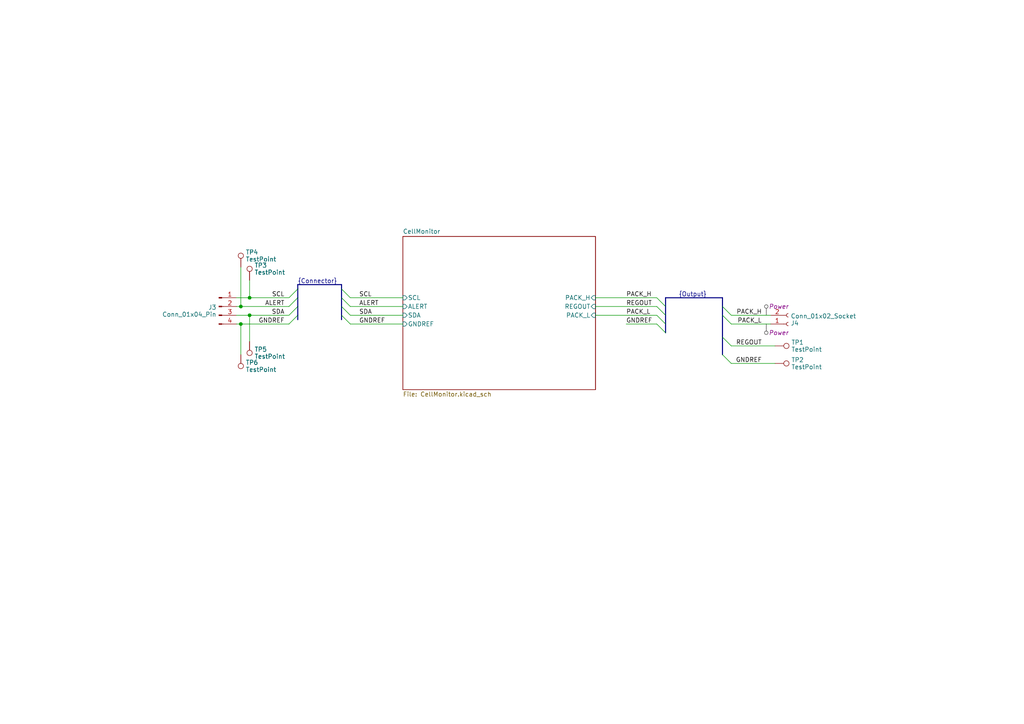
<source format=kicad_sch>
(kicad_sch (version 20230121) (generator eeschema)
  (paper "A4")
  (lib_symbols
    (symbol "Connector:Conn_01x02_Socket" (pin_names (offset 1.016) hide)
      (property "Reference" "J" (at 0 2.54 0))
      (property "Value" "Conn_01x02_Socket" (at 0 -5.08 0))
      (symbol "Conn_01x02_Socket_1_1"
        (arc (start 0 -2.032) (mid -0.5058 -2.54) (end 0 -3.048) (stroke (width 0.1524)))
        (polyline (pts (xy -1.27 -2.54) (xy -0.508 -2.54)) (stroke (width 0.1524)))
        (polyline (pts (xy -1.27 0) (xy -0.508 0)) (stroke (width 0.1524)))
        (arc (start 0 0.508) (mid -0.5058 0) (end 0 -0.508) (stroke (width 0.1524)))
        (pin passive line (at -5.08 0 0) (length 3.81) (name "Pin_1") (number "1"))
        (pin passive line (at -5.08 -2.54 0) (length 3.81) (name "Pin_2") (number "2"))
      )
    )
    (symbol "Connector:Conn_01x04_Pin" (pin_names (offset 1.016) hide)
      (property "Reference" "J" (at 0 5.08 0))
      (property "Value" "Conn_01x04_Pin" (at 0 -7.62 0))
      (symbol "Conn_01x04_Pin_1_1"
        (polyline (pts (xy 1.27 -5.08) (xy 0.8636 -5.08)) (stroke (width 0.1524)))
        (polyline (pts (xy 1.27 -2.54) (xy 0.8636 -2.54)) (stroke (width 0.1524)))
        (polyline (pts (xy 1.27 0) (xy 0.8636 0)) (stroke (width 0.1524)))
        (polyline (pts (xy 1.27 2.54) (xy 0.8636 2.54)) (stroke (width 0.1524)))
        (rectangle (start 0.8636 -4.953) (end 0 -5.207) (stroke (width 0.1524)) (fill (type outline)))
        (rectangle (start 0.8636 -2.413) (end 0 -2.667) (stroke (width 0.1524)) (fill (type outline)))
        (rectangle (start 0.8636 0.127) (end 0 -0.127) (stroke (width 0.1524)) (fill (type outline)))
        (rectangle (start 0.8636 2.667) (end 0 2.413) (stroke (width 0.1524)) (fill (type outline)))
        (pin passive line (at 5.08 2.54 180) (length 3.81) (name "Pin_1") (number "1"))
        (pin passive line (at 5.08 0 180) (length 3.81) (name "Pin_2") (number "2"))
        (pin passive line (at 5.08 -2.54 180) (length 3.81) (name "Pin_3") (number "3"))
        (pin passive line (at 5.08 -5.08 180) (length 3.81) (name "Pin_4") (number "4"))
      )
    )
    (symbol "Connector:TestPoint" (pin_numbers hide) (pin_names (offset 0.762) hide)
      (property "Reference" "TP" (at 0 6.858 0))
      (property "Value" "TestPoint" (at 0 5.08 0))
      (symbol "TestPoint_0_1"
        (circle (center 0 3.302) (radius 0.762))
      )
      (symbol "TestPoint_1_1"
        (pin passive line (at 0 0 90) (length 2.54) (name "1") (number "1"))
      )
    )
  )
  (bus_alias "Connector" (members "SCL" "ALERT" "SDA" "GNDREF"))
  (bus_alias "Output" (members "PACK_H" "PACK_L" "REGOUT" "GNDREF"))
  (junction (at 72.39 86.36))
  (junction (at 69.85 88.9))
  (junction (at 72.39 91.44))
  (junction (at 69.85 93.98))
  (bus_entry (at 99.06 91.44) (size 2.54 2.54))
  (bus_entry (at 209.55 91.44) (size 2.54 2.54))
  (bus_entry (at 86.36 86.36) (size -2.54 2.54))
  (bus_entry (at 193.04 93.98) (size -2.54 -2.54))
  (bus_entry (at 209.55 97.79) (size 2.54 2.54))
  (bus_entry (at 99.06 88.9) (size 2.54 2.54))
  (bus_entry (at 99.06 86.36) (size 2.54 2.54))
  (bus_entry (at 86.36 83.82) (size -2.54 2.54))
  (bus_entry (at 209.55 88.9) (size 2.54 2.54))
  (bus_entry (at 209.55 102.87) (size 2.54 2.54))
  (bus_entry (at 193.04 96.52) (size -2.54 -2.54))
  (bus_entry (at 86.36 91.44) (size -2.54 2.54))
  (bus_entry (at 193.04 91.44) (size -2.54 -2.54))
  (bus_entry (at 86.36 88.9) (size -2.54 2.54))
  (bus_entry (at 193.04 88.9) (size -2.54 -2.54))
  (bus_entry (at 99.06 83.82) (size 2.54 2.54))
  (wire (pts (xy 101.6 86.36) (xy 116.84 86.36)))
  (bus (pts (xy 193.04 93.98) (xy 193.04 91.44)))
  (wire (pts (xy 212.09 105.41) (xy 224.79 105.41)))
  (bus (pts (xy 99.06 82.55) (xy 86.36 82.55)))
  (wire (pts (xy 69.85 93.98) (xy 83.82 93.98)))
  (bus (pts (xy 193.04 86.36) (xy 209.55 86.36)))
  (bus (pts (xy 86.36 86.36) (xy 86.36 88.9)))
  (wire (pts (xy 181.61 93.98) (xy 190.5 93.98)))
  (wire (pts (xy 68.58 93.98) (xy 69.85 93.98)))
  (bus (pts (xy 209.55 86.36) (xy 209.55 88.9)))
  (wire (pts (xy 72.39 91.44) (xy 72.39 99.06)))
  (wire (pts (xy 101.6 91.44) (xy 116.84 91.44)))
  (wire (pts (xy 69.85 93.98) (xy 69.85 102.87)))
  (wire (pts (xy 212.09 93.98) (xy 223.52 93.98)))
  (wire (pts (xy 101.6 88.9) (xy 116.84 88.9)))
  (bus (pts (xy 86.36 83.82) (xy 86.36 86.36)))
  (bus (pts (xy 193.04 91.44) (xy 193.04 88.9)))
  (wire (pts (xy 69.85 88.9) (xy 83.82 88.9)))
  (bus (pts (xy 99.06 83.82) (xy 99.06 86.36)))
  (bus (pts (xy 193.04 96.52) (xy 193.04 93.98)))
  (wire (pts (xy 172.72 88.9) (xy 190.5 88.9)))
  (bus (pts (xy 209.55 88.9) (xy 209.55 91.44)))
  (wire (pts (xy 172.72 86.36) (xy 190.5 86.36)))
  (bus (pts (xy 193.04 88.9) (xy 193.04 86.36)))
  (wire (pts (xy 72.39 91.44) (xy 83.82 91.44)))
  (wire (pts (xy 212.09 91.44) (xy 223.52 91.44)))
  (wire (pts (xy 72.39 81.28) (xy 72.39 86.36)))
  (bus (pts (xy 86.36 91.44) (xy 86.36 92.71)))
  (wire (pts (xy 212.09 100.33) (xy 224.79 100.33)))
  (wire (pts (xy 72.39 86.36) (xy 83.82 86.36)))
  (bus (pts (xy 99.06 83.82) (xy 99.06 82.55)))
  (bus (pts (xy 86.36 82.55) (xy 86.36 83.82)))
  (wire (pts (xy 172.72 91.44) (xy 190.5 91.44)))
  (bus (pts (xy 99.06 91.44) (xy 99.06 92.71)))
  (wire (pts (xy 101.6 93.98) (xy 116.84 93.98)))
  (bus (pts (xy 209.55 97.79) (xy 209.55 102.87)))
  (wire (pts (xy 68.58 88.9) (xy 69.85 88.9)))
  (bus (pts (xy 99.06 88.9) (xy 99.06 91.44)))
  (wire (pts (xy 68.58 91.44) (xy 72.39 91.44)))
  (bus (pts (xy 99.06 86.36) (xy 99.06 88.9)))
  (wire (pts (xy 69.85 77.47) (xy 69.85 88.9)))
  (bus (pts (xy 86.36 88.9) (xy 86.36 91.44)))
  (wire (pts (xy 68.58 86.36) (xy 72.39 86.36)))
  (bus (pts (xy 209.55 91.44) (xy 209.55 97.79)))
  (label "PACK_L" (at 220.98 93.98 180))
  (label "GNDREF" (at 82.55 93.98 180))
  (label "REGOUT" (at 181.61 88.9 0))
  (label "ALERT" (at 104.14 88.9 0))
  (label "{Output}" (at 196.85 86.36 0))
  (label "SCL" (at 104.14 86.36 0))
  (label "SDA" (at 104.14 91.44 0))
  (label "PACK_H" (at 181.61 86.36 0))
  (label "SDA" (at 82.55 91.44 180))
  (label "GNDREF" (at 104.14 93.98 0))
  (label "GNDREF" (at 220.98 105.41 180))
  (label "REGOUT" (at 220.98 100.33 180))
  (label "{Connector}" (at 86.36 82.55 0))
  (label "SCL" (at 82.55 86.36 180))
  (label "GNDREF" (at 181.61 93.98 0))
  (label "ALERT" (at 82.55 88.9 180))
  (label "PACK_L" (at 181.61 91.44 0))
  (label "PACK_H" (at 220.98 91.44 180))
  (netclass_flag "" (length 2.54) (shape round) (at 222.25 91.44 0) (property "Netclass" "Power" (at 222.9485 88.9 0) (effects (font italic) (justify left))))
  (netclass_flag "" (length 2.54) (shape round) (at 222.25 93.98 180) (property "Netclass" "Power" (at 222.9485 96.52 0) (effects (font italic) (justify left))))
  (symbol (lib_id "Connector:TestPoint") (at 69.85 77.47 0) (unit 1)
    (property "Reference" "TP4" (at 71.247 73.144 0) (effects (justify left)))
    (property "Value" "TestPoint" (at 71.247 75.192 0) (effects (justify left)))
    (property "Footprint" "TestPoint:TestPoint_Pad_2.0x2.0mm" (effects hide))
  )
  (symbol (lib_id "Connector:Conn_01x04_Pin") (at 63.5 88.9 0) (unit 1)
    (property "Reference" "J3" (at 62.7888 89.146 0) (effects (justify right)))
    (property "Value" "Conn_01x04_Pin" (at 62.7888 91.194 0) (effects (justify right)))
    (property "Footprint" "Connector_JST:JST_PH_B4B-PH-K_1x04_P2.00mm_Vertical" (effects hide))
  )
  (symbol (lib_id "Connector:Conn_01x02_Socket") (at 228.6 93.98 0) (mirror x) (unit 1)
    (property "Reference" "J4" (at 229.3112 93.734 0) (effects (justify left)))
    (property "Value" "Conn_01x02_Socket" (at 229.3112 91.686 0) (effects (justify left)))
    (property "Footprint" "Connector_AMASS:AMASS_XT60-M_1x02_P7.20mm_Vertical" (effects hide))
  )
  (symbol (lib_id "Connector:TestPoint") (at 72.39 99.06 180) (unit 1)
    (property "Reference" "TP5" (at 73.787 101.338 0) (effects (justify right)))
    (property "Value" "TestPoint" (at 73.787 103.386 0) (effects (justify right)))
    (property "Footprint" "TestPoint:TestPoint_Pad_2.0x2.0mm" (effects hide))
  )
  (symbol (lib_id "Connector:TestPoint") (at 224.79 105.41 270) (unit 1)
    (property "Reference" "TP2" (at 229.489 104.386 90) (effects (justify left)))
    (property "Value" "TestPoint" (at 229.489 106.434 90) (effects (justify left)))
    (property "Footprint" "TestPoint:TestPoint_Pad_2.0x2.0mm" (effects hide))
  )
  (symbol (lib_id "Connector:TestPoint") (at 69.85 102.87 180) (unit 1)
    (property "Reference" "TP6" (at 71.247 105.148 0) (effects (justify right)))
    (property "Value" "TestPoint" (at 71.247 107.196 0) (effects (justify right)))
    (property "Footprint" "TestPoint:TestPoint_Pad_2.0x2.0mm" (effects hide))
  )
  (symbol (lib_id "Connector:TestPoint") (at 224.79 100.33 270) (unit 1)
    (property "Reference" "TP1" (at 229.489 99.306 90) (effects (justify left)))
    (property "Value" "TestPoint" (at 229.489 101.354 90) (effects (justify left)))
    (property "Footprint" "TestPoint:TestPoint_Pad_2.0x2.0mm" (effects hide))
  )
  (symbol (lib_id "Connector:TestPoint") (at 72.39 81.28 0) (unit 1)
    (property "Reference" "TP3" (at 73.787 76.954 0) (effects (justify left)))
    (property "Value" "TestPoint" (at 73.787 79.002 0) (effects (justify left)))
    (property "Footprint" "TestPoint:TestPoint_Pad_2.0x2.0mm" (effects hide))
  )
  (sheet (at 116.84 68.58) (size 55.88 44.45) (stroke (width 0.1524))
    (property "Sheetname" "CellMonitor" (at 116.84 67.8684 0) (effects (justify left bottom)))
    (property "Sheetfile" "CellMonitor.kicad_sch" (at 116.84 113.6146 0) (effects (justify left top)))
    (pin "PACK_L" input (at 172.72 91.44 0))
    (pin "ALERT" input (at 116.84 88.9 180))
    (pin "PACK_H" input (at 172.72 86.36 0))
    (pin "REGOUT" input (at 172.72 88.9 0))
    (pin "SCL" input (at 116.84 86.36 180))
    (pin "SDA" input (at 116.84 91.44 180))
    (pin "GNDREF" input (at 116.84 93.98 180))
  )
)
</source>
